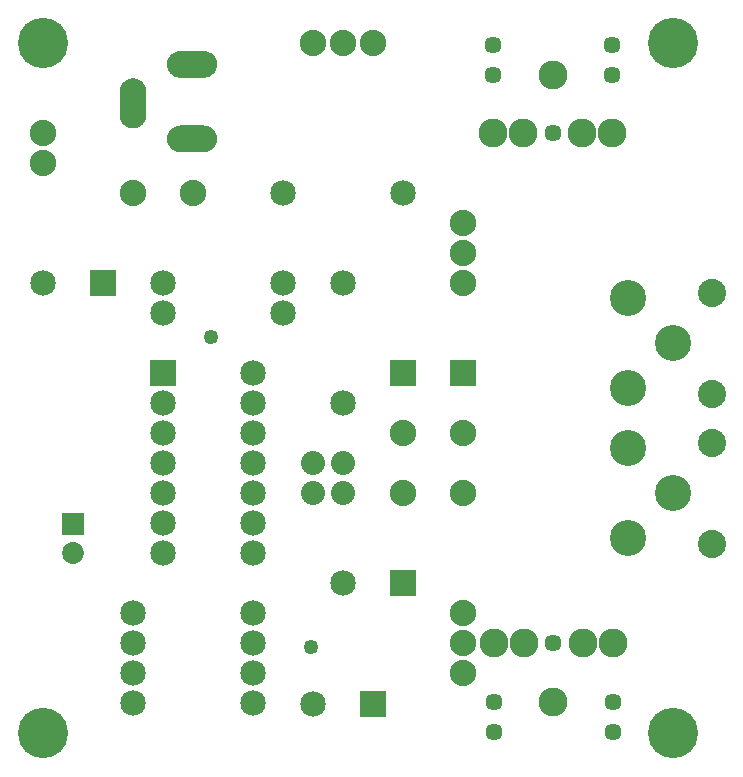
<source format=gts>
G04 MADE WITH FRITZING*
G04 WWW.FRITZING.ORG*
G04 DOUBLE SIDED*
G04 HOLES PLATED*
G04 CONTOUR ON CENTER OF CONTOUR VECTOR*
%ASAXBY*%
%FSLAX23Y23*%
%MOIN*%
%OFA0B0*%
%SFA1.0B1.0*%
%ADD10C,0.120551*%
%ADD11C,0.094000*%
%ADD12C,0.088000*%
%ADD13C,0.096000*%
%ADD14C,0.057244*%
%ADD15C,0.088740*%
%ADD16C,0.072992*%
%ADD17C,0.049370*%
%ADD18C,0.085000*%
%ADD19C,0.080000*%
%ADD20C,0.167480*%
%ADD21R,0.072992X0.072992*%
%ADD22R,0.085000X0.085000*%
%ADD23R,0.088000X0.088000*%
%ADD24R,0.001000X0.001000*%
%LNMASK1*%
G90*
G70*
G54D10*
X2244Y972D03*
X2094Y822D03*
X2094Y1122D03*
G54D11*
X2374Y804D03*
X2374Y1139D03*
G54D10*
X2244Y1472D03*
X2094Y1322D03*
X2094Y1622D03*
G54D11*
X2374Y1304D03*
X2374Y1639D03*
G54D12*
X144Y2172D03*
X144Y2072D03*
X1044Y2472D03*
X1144Y2472D03*
X1244Y2472D03*
G54D13*
X1846Y275D03*
X1747Y472D03*
X1649Y472D03*
X1944Y472D03*
X2043Y472D03*
G54D14*
X1649Y275D03*
X1649Y176D03*
X2043Y176D03*
X2043Y275D03*
X1846Y472D03*
G54D13*
X1846Y275D03*
X1747Y472D03*
X1649Y472D03*
X1944Y472D03*
X2043Y472D03*
G54D14*
X1649Y275D03*
X1649Y176D03*
X2043Y176D03*
X2043Y275D03*
X1846Y472D03*
G54D13*
X1843Y2368D03*
X1941Y2172D03*
X2040Y2172D03*
X1744Y2172D03*
X1646Y2172D03*
G54D14*
X2040Y2368D03*
X2040Y2467D03*
X1646Y2467D03*
X1646Y2368D03*
X1843Y2172D03*
G54D13*
X1843Y2368D03*
X1941Y2172D03*
X2040Y2172D03*
X1744Y2172D03*
X1646Y2172D03*
G54D14*
X2040Y2368D03*
X2040Y2467D03*
X1646Y2467D03*
X1646Y2368D03*
X1843Y2172D03*
G54D15*
X641Y2153D03*
X641Y2402D03*
X444Y2272D03*
X641Y2153D03*
X641Y2402D03*
X444Y2272D03*
G54D16*
X244Y870D03*
X244Y772D03*
G54D17*
X1039Y461D03*
X703Y1493D03*
G54D18*
X544Y1372D03*
X844Y1372D03*
X544Y1272D03*
X844Y1272D03*
X544Y1172D03*
X844Y1172D03*
X544Y1072D03*
X844Y1072D03*
X544Y972D03*
X844Y972D03*
X544Y872D03*
X844Y872D03*
X544Y772D03*
X844Y772D03*
X944Y1972D03*
X1344Y1972D03*
X1144Y1672D03*
X1144Y1272D03*
X544Y1672D03*
X944Y1672D03*
X444Y372D03*
X844Y372D03*
X544Y1572D03*
X944Y1572D03*
X444Y572D03*
X844Y572D03*
X444Y272D03*
X844Y272D03*
X444Y472D03*
X844Y472D03*
G54D19*
X1044Y972D03*
X1145Y972D03*
X1044Y1072D03*
X1145Y1072D03*
G54D18*
X344Y1672D03*
X144Y1672D03*
X1344Y672D03*
X1144Y672D03*
X1245Y270D03*
X1045Y270D03*
G54D12*
X1544Y1372D03*
X1544Y1172D03*
X1544Y972D03*
X1344Y1372D03*
X1344Y1172D03*
X1344Y972D03*
X1544Y572D03*
X1544Y472D03*
X1544Y372D03*
X1544Y1872D03*
X1544Y1772D03*
X1544Y1672D03*
X444Y1972D03*
X644Y1972D03*
G54D20*
X144Y172D03*
X2244Y172D03*
X144Y2472D03*
X2244Y2472D03*
G54D21*
X244Y870D03*
G54D22*
X544Y1372D03*
X344Y1672D03*
X1344Y672D03*
X1245Y270D03*
G54D23*
X1544Y1372D03*
X1344Y1372D03*
G54D24*
X601Y2446D02*
X682Y2446D01*
X593Y2445D02*
X690Y2445D01*
X590Y2444D02*
X693Y2444D01*
X587Y2443D02*
X696Y2443D01*
X584Y2442D02*
X699Y2442D01*
X582Y2441D02*
X701Y2441D01*
X581Y2440D02*
X703Y2440D01*
X579Y2439D02*
X704Y2439D01*
X577Y2438D02*
X706Y2438D01*
X576Y2437D02*
X707Y2437D01*
X575Y2436D02*
X708Y2436D01*
X573Y2435D02*
X710Y2435D01*
X572Y2434D02*
X711Y2434D01*
X571Y2433D02*
X712Y2433D01*
X570Y2432D02*
X713Y2432D01*
X569Y2431D02*
X714Y2431D01*
X569Y2430D02*
X715Y2430D01*
X568Y2429D02*
X715Y2429D01*
X567Y2428D02*
X716Y2428D01*
X566Y2427D02*
X717Y2427D01*
X566Y2426D02*
X717Y2426D01*
X565Y2425D02*
X718Y2425D01*
X564Y2424D02*
X719Y2424D01*
X564Y2423D02*
X719Y2423D01*
X563Y2422D02*
X720Y2422D01*
X563Y2421D02*
X720Y2421D01*
X562Y2420D02*
X721Y2420D01*
X562Y2419D02*
X721Y2419D01*
X562Y2418D02*
X722Y2418D01*
X561Y2417D02*
X722Y2417D01*
X561Y2416D02*
X638Y2416D01*
X646Y2416D02*
X722Y2416D01*
X560Y2415D02*
X635Y2415D01*
X648Y2415D02*
X723Y2415D01*
X560Y2414D02*
X633Y2414D01*
X650Y2414D02*
X723Y2414D01*
X560Y2413D02*
X632Y2413D01*
X651Y2413D02*
X723Y2413D01*
X560Y2412D02*
X631Y2412D01*
X652Y2412D02*
X723Y2412D01*
X559Y2411D02*
X630Y2411D01*
X653Y2411D02*
X724Y2411D01*
X559Y2410D02*
X629Y2410D01*
X654Y2410D02*
X724Y2410D01*
X559Y2409D02*
X628Y2409D01*
X655Y2409D02*
X724Y2409D01*
X559Y2408D02*
X628Y2408D01*
X655Y2408D02*
X724Y2408D01*
X559Y2407D02*
X627Y2407D01*
X656Y2407D02*
X724Y2407D01*
X559Y2406D02*
X627Y2406D01*
X656Y2406D02*
X725Y2406D01*
X558Y2405D02*
X627Y2405D01*
X656Y2405D02*
X725Y2405D01*
X558Y2404D02*
X627Y2404D01*
X657Y2404D02*
X725Y2404D01*
X558Y2403D02*
X626Y2403D01*
X657Y2403D02*
X725Y2403D01*
X558Y2402D02*
X626Y2402D01*
X657Y2402D02*
X725Y2402D01*
X558Y2401D02*
X626Y2401D01*
X657Y2401D02*
X725Y2401D01*
X558Y2400D02*
X627Y2400D01*
X657Y2400D02*
X725Y2400D01*
X558Y2399D02*
X627Y2399D01*
X656Y2399D02*
X725Y2399D01*
X559Y2398D02*
X627Y2398D01*
X656Y2398D02*
X725Y2398D01*
X559Y2397D02*
X627Y2397D01*
X656Y2397D02*
X724Y2397D01*
X559Y2396D02*
X627Y2396D01*
X656Y2396D02*
X724Y2396D01*
X559Y2395D02*
X628Y2395D01*
X655Y2395D02*
X724Y2395D01*
X559Y2394D02*
X629Y2394D01*
X655Y2394D02*
X724Y2394D01*
X559Y2393D02*
X629Y2393D01*
X654Y2393D02*
X724Y2393D01*
X559Y2392D02*
X630Y2392D01*
X653Y2392D02*
X724Y2392D01*
X560Y2391D02*
X631Y2391D01*
X652Y2391D02*
X723Y2391D01*
X560Y2390D02*
X632Y2390D01*
X651Y2390D02*
X723Y2390D01*
X560Y2389D02*
X634Y2389D01*
X649Y2389D02*
X723Y2389D01*
X561Y2388D02*
X636Y2388D01*
X647Y2388D02*
X722Y2388D01*
X561Y2387D02*
X722Y2387D01*
X561Y2386D02*
X722Y2386D01*
X562Y2385D02*
X721Y2385D01*
X562Y2384D02*
X721Y2384D01*
X563Y2383D02*
X720Y2383D01*
X563Y2382D02*
X720Y2382D01*
X564Y2381D02*
X720Y2381D01*
X564Y2380D02*
X719Y2380D01*
X565Y2379D02*
X718Y2379D01*
X565Y2378D02*
X718Y2378D01*
X566Y2377D02*
X717Y2377D01*
X567Y2376D02*
X716Y2376D01*
X567Y2375D02*
X716Y2375D01*
X568Y2374D02*
X715Y2374D01*
X569Y2373D02*
X714Y2373D01*
X570Y2372D02*
X713Y2372D01*
X571Y2371D02*
X712Y2371D01*
X572Y2370D02*
X711Y2370D01*
X573Y2369D02*
X710Y2369D01*
X574Y2368D02*
X709Y2368D01*
X575Y2367D02*
X708Y2367D01*
X576Y2366D02*
X707Y2366D01*
X578Y2365D02*
X705Y2365D01*
X579Y2364D02*
X704Y2364D01*
X581Y2363D02*
X702Y2363D01*
X583Y2362D02*
X700Y2362D01*
X585Y2361D02*
X698Y2361D01*
X588Y2360D02*
X695Y2360D01*
X591Y2359D02*
X692Y2359D01*
X596Y2358D02*
X688Y2358D01*
X439Y2355D02*
X450Y2355D01*
X434Y2354D02*
X455Y2354D01*
X431Y2353D02*
X459Y2353D01*
X428Y2352D02*
X461Y2352D01*
X426Y2351D02*
X463Y2351D01*
X424Y2350D02*
X466Y2350D01*
X422Y2349D02*
X467Y2349D01*
X421Y2348D02*
X469Y2348D01*
X419Y2347D02*
X470Y2347D01*
X418Y2346D02*
X472Y2346D01*
X417Y2345D02*
X473Y2345D01*
X415Y2344D02*
X474Y2344D01*
X414Y2343D02*
X475Y2343D01*
X413Y2342D02*
X476Y2342D01*
X412Y2341D02*
X477Y2341D01*
X412Y2340D02*
X478Y2340D01*
X411Y2339D02*
X479Y2339D01*
X410Y2338D02*
X479Y2338D01*
X409Y2337D02*
X480Y2337D01*
X409Y2336D02*
X481Y2336D01*
X408Y2335D02*
X482Y2335D01*
X407Y2334D02*
X482Y2334D01*
X407Y2333D02*
X483Y2333D01*
X406Y2332D02*
X483Y2332D01*
X406Y2331D02*
X484Y2331D01*
X405Y2330D02*
X484Y2330D01*
X405Y2329D02*
X485Y2329D01*
X404Y2328D02*
X485Y2328D01*
X404Y2327D02*
X486Y2327D01*
X404Y2326D02*
X486Y2326D01*
X403Y2325D02*
X486Y2325D01*
X403Y2324D02*
X487Y2324D01*
X403Y2323D02*
X487Y2323D01*
X402Y2322D02*
X487Y2322D01*
X402Y2321D02*
X487Y2321D01*
X402Y2320D02*
X488Y2320D01*
X402Y2319D02*
X488Y2319D01*
X401Y2318D02*
X488Y2318D01*
X401Y2317D02*
X488Y2317D01*
X401Y2316D02*
X488Y2316D01*
X401Y2315D02*
X488Y2315D01*
X401Y2314D02*
X488Y2314D01*
X401Y2313D02*
X488Y2313D01*
X401Y2312D02*
X489Y2312D01*
X401Y2311D02*
X489Y2311D01*
X401Y2310D02*
X489Y2310D01*
X401Y2309D02*
X489Y2309D01*
X401Y2308D02*
X489Y2308D01*
X401Y2307D02*
X489Y2307D01*
X401Y2306D02*
X489Y2306D01*
X401Y2305D02*
X489Y2305D01*
X401Y2304D02*
X489Y2304D01*
X401Y2303D02*
X489Y2303D01*
X401Y2302D02*
X489Y2302D01*
X401Y2301D02*
X489Y2301D01*
X401Y2300D02*
X489Y2300D01*
X401Y2299D02*
X489Y2299D01*
X401Y2298D02*
X489Y2298D01*
X401Y2297D02*
X489Y2297D01*
X401Y2296D02*
X489Y2296D01*
X401Y2295D02*
X489Y2295D01*
X401Y2294D02*
X489Y2294D01*
X401Y2293D02*
X489Y2293D01*
X401Y2292D02*
X489Y2292D01*
X401Y2291D02*
X489Y2291D01*
X401Y2290D02*
X489Y2290D01*
X401Y2289D02*
X489Y2289D01*
X401Y2288D02*
X489Y2288D01*
X401Y2287D02*
X489Y2287D01*
X401Y2286D02*
X440Y2286D01*
X449Y2286D02*
X489Y2286D01*
X401Y2285D02*
X438Y2285D01*
X452Y2285D02*
X489Y2285D01*
X401Y2284D02*
X436Y2284D01*
X453Y2284D02*
X489Y2284D01*
X401Y2283D02*
X435Y2283D01*
X455Y2283D02*
X489Y2283D01*
X401Y2282D02*
X434Y2282D01*
X456Y2282D02*
X489Y2282D01*
X401Y2281D02*
X433Y2281D01*
X457Y2281D02*
X489Y2281D01*
X401Y2280D02*
X432Y2280D01*
X457Y2280D02*
X489Y2280D01*
X401Y2279D02*
X431Y2279D01*
X458Y2279D02*
X489Y2279D01*
X401Y2278D02*
X431Y2278D01*
X459Y2278D02*
X489Y2278D01*
X401Y2277D02*
X430Y2277D01*
X459Y2277D02*
X489Y2277D01*
X401Y2276D02*
X430Y2276D01*
X459Y2276D02*
X489Y2276D01*
X401Y2275D02*
X430Y2275D01*
X460Y2275D02*
X489Y2275D01*
X401Y2274D02*
X430Y2274D01*
X460Y2274D02*
X489Y2274D01*
X401Y2273D02*
X430Y2273D01*
X460Y2273D02*
X489Y2273D01*
X401Y2272D02*
X430Y2272D01*
X460Y2272D02*
X489Y2272D01*
X401Y2271D02*
X430Y2271D01*
X460Y2271D02*
X489Y2271D01*
X401Y2270D02*
X430Y2270D01*
X460Y2270D02*
X489Y2270D01*
X401Y2269D02*
X430Y2269D01*
X460Y2269D02*
X489Y2269D01*
X401Y2268D02*
X430Y2268D01*
X459Y2268D02*
X489Y2268D01*
X401Y2267D02*
X430Y2267D01*
X459Y2267D02*
X489Y2267D01*
X401Y2266D02*
X431Y2266D01*
X459Y2266D02*
X489Y2266D01*
X401Y2265D02*
X431Y2265D01*
X458Y2265D02*
X489Y2265D01*
X401Y2264D02*
X432Y2264D01*
X458Y2264D02*
X489Y2264D01*
X401Y2263D02*
X432Y2263D01*
X457Y2263D02*
X489Y2263D01*
X401Y2262D02*
X433Y2262D01*
X456Y2262D02*
X489Y2262D01*
X401Y2261D02*
X434Y2261D01*
X455Y2261D02*
X489Y2261D01*
X401Y2260D02*
X436Y2260D01*
X454Y2260D02*
X489Y2260D01*
X401Y2259D02*
X437Y2259D01*
X452Y2259D02*
X489Y2259D01*
X401Y2258D02*
X439Y2258D01*
X450Y2258D02*
X489Y2258D01*
X401Y2257D02*
X489Y2257D01*
X401Y2256D02*
X489Y2256D01*
X401Y2255D02*
X489Y2255D01*
X401Y2254D02*
X489Y2254D01*
X401Y2253D02*
X489Y2253D01*
X401Y2252D02*
X489Y2252D01*
X401Y2251D02*
X489Y2251D01*
X401Y2250D02*
X489Y2250D01*
X401Y2249D02*
X489Y2249D01*
X401Y2248D02*
X489Y2248D01*
X401Y2247D02*
X489Y2247D01*
X401Y2246D02*
X489Y2246D01*
X401Y2245D02*
X489Y2245D01*
X401Y2244D02*
X489Y2244D01*
X401Y2243D02*
X489Y2243D01*
X401Y2242D02*
X489Y2242D01*
X401Y2241D02*
X489Y2241D01*
X401Y2240D02*
X489Y2240D01*
X401Y2239D02*
X489Y2239D01*
X401Y2238D02*
X489Y2238D01*
X401Y2237D02*
X489Y2237D01*
X401Y2236D02*
X489Y2236D01*
X401Y2235D02*
X489Y2235D01*
X401Y2234D02*
X489Y2234D01*
X401Y2233D02*
X489Y2233D01*
X401Y2232D02*
X489Y2232D01*
X401Y2231D02*
X489Y2231D01*
X401Y2230D02*
X488Y2230D01*
X401Y2229D02*
X488Y2229D01*
X401Y2228D02*
X488Y2228D01*
X401Y2227D02*
X488Y2227D01*
X401Y2226D02*
X488Y2226D01*
X402Y2225D02*
X488Y2225D01*
X402Y2224D02*
X488Y2224D01*
X402Y2223D02*
X488Y2223D01*
X402Y2222D02*
X487Y2222D01*
X402Y2221D02*
X487Y2221D01*
X403Y2220D02*
X487Y2220D01*
X403Y2219D02*
X486Y2219D01*
X403Y2218D02*
X486Y2218D01*
X404Y2217D02*
X486Y2217D01*
X404Y2216D02*
X485Y2216D01*
X405Y2215D02*
X485Y2215D01*
X405Y2214D02*
X484Y2214D01*
X405Y2213D02*
X484Y2213D01*
X406Y2212D02*
X483Y2212D01*
X406Y2211D02*
X483Y2211D01*
X407Y2210D02*
X482Y2210D01*
X408Y2209D02*
X482Y2209D01*
X408Y2208D02*
X481Y2208D01*
X409Y2207D02*
X480Y2207D01*
X410Y2206D02*
X480Y2206D01*
X410Y2205D02*
X479Y2205D01*
X411Y2204D02*
X478Y2204D01*
X412Y2203D02*
X477Y2203D01*
X413Y2202D02*
X476Y2202D01*
X414Y2201D02*
X476Y2201D01*
X415Y2200D02*
X474Y2200D01*
X416Y2199D02*
X473Y2199D01*
X417Y2198D02*
X472Y2198D01*
X601Y2198D02*
X682Y2198D01*
X419Y2197D02*
X471Y2197D01*
X593Y2197D02*
X690Y2197D01*
X420Y2196D02*
X469Y2196D01*
X590Y2196D02*
X693Y2196D01*
X422Y2195D02*
X468Y2195D01*
X587Y2195D02*
X696Y2195D01*
X423Y2194D02*
X466Y2194D01*
X584Y2194D02*
X699Y2194D01*
X425Y2193D02*
X464Y2193D01*
X582Y2193D02*
X701Y2193D01*
X427Y2192D02*
X462Y2192D01*
X581Y2192D02*
X703Y2192D01*
X430Y2191D02*
X460Y2191D01*
X579Y2191D02*
X704Y2191D01*
X433Y2190D02*
X457Y2190D01*
X577Y2190D02*
X706Y2190D01*
X436Y2189D02*
X453Y2189D01*
X576Y2189D02*
X707Y2189D01*
X575Y2188D02*
X708Y2188D01*
X573Y2187D02*
X710Y2187D01*
X572Y2186D02*
X711Y2186D01*
X571Y2185D02*
X712Y2185D01*
X570Y2184D02*
X713Y2184D01*
X569Y2183D02*
X714Y2183D01*
X569Y2182D02*
X715Y2182D01*
X568Y2181D02*
X715Y2181D01*
X567Y2180D02*
X716Y2180D01*
X566Y2179D02*
X717Y2179D01*
X566Y2178D02*
X717Y2178D01*
X565Y2177D02*
X718Y2177D01*
X564Y2176D02*
X719Y2176D01*
X564Y2175D02*
X719Y2175D01*
X563Y2174D02*
X720Y2174D01*
X563Y2173D02*
X720Y2173D01*
X562Y2172D02*
X721Y2172D01*
X562Y2171D02*
X721Y2171D01*
X562Y2170D02*
X722Y2170D01*
X561Y2169D02*
X722Y2169D01*
X561Y2168D02*
X638Y2168D01*
X646Y2168D02*
X722Y2168D01*
X560Y2167D02*
X635Y2167D01*
X648Y2167D02*
X723Y2167D01*
X560Y2166D02*
X633Y2166D01*
X650Y2166D02*
X723Y2166D01*
X560Y2165D02*
X632Y2165D01*
X651Y2165D02*
X723Y2165D01*
X560Y2164D02*
X631Y2164D01*
X652Y2164D02*
X723Y2164D01*
X559Y2163D02*
X630Y2163D01*
X653Y2163D02*
X724Y2163D01*
X559Y2162D02*
X629Y2162D01*
X654Y2162D02*
X724Y2162D01*
X559Y2161D02*
X628Y2161D01*
X655Y2161D02*
X724Y2161D01*
X559Y2160D02*
X628Y2160D01*
X655Y2160D02*
X724Y2160D01*
X559Y2159D02*
X627Y2159D01*
X656Y2159D02*
X724Y2159D01*
X559Y2158D02*
X627Y2158D01*
X656Y2158D02*
X725Y2158D01*
X558Y2157D02*
X627Y2157D01*
X656Y2157D02*
X725Y2157D01*
X558Y2156D02*
X627Y2156D01*
X657Y2156D02*
X725Y2156D01*
X558Y2155D02*
X626Y2155D01*
X657Y2155D02*
X725Y2155D01*
X558Y2154D02*
X626Y2154D01*
X657Y2154D02*
X725Y2154D01*
X558Y2153D02*
X626Y2153D01*
X657Y2153D02*
X725Y2153D01*
X558Y2152D02*
X627Y2152D01*
X657Y2152D02*
X725Y2152D01*
X558Y2151D02*
X627Y2151D01*
X656Y2151D02*
X725Y2151D01*
X559Y2150D02*
X627Y2150D01*
X656Y2150D02*
X725Y2150D01*
X559Y2149D02*
X627Y2149D01*
X656Y2149D02*
X724Y2149D01*
X559Y2148D02*
X627Y2148D01*
X656Y2148D02*
X724Y2148D01*
X559Y2147D02*
X628Y2147D01*
X655Y2147D02*
X724Y2147D01*
X559Y2146D02*
X629Y2146D01*
X655Y2146D02*
X724Y2146D01*
X559Y2145D02*
X629Y2145D01*
X654Y2145D02*
X724Y2145D01*
X559Y2144D02*
X630Y2144D01*
X653Y2144D02*
X724Y2144D01*
X560Y2143D02*
X631Y2143D01*
X652Y2143D02*
X723Y2143D01*
X560Y2142D02*
X632Y2142D01*
X651Y2142D02*
X723Y2142D01*
X560Y2141D02*
X634Y2141D01*
X649Y2141D02*
X723Y2141D01*
X561Y2140D02*
X636Y2140D01*
X647Y2140D02*
X722Y2140D01*
X561Y2139D02*
X722Y2139D01*
X561Y2138D02*
X722Y2138D01*
X562Y2137D02*
X721Y2137D01*
X562Y2136D02*
X721Y2136D01*
X563Y2135D02*
X720Y2135D01*
X563Y2134D02*
X720Y2134D01*
X564Y2133D02*
X720Y2133D01*
X564Y2132D02*
X719Y2132D01*
X565Y2131D02*
X718Y2131D01*
X565Y2130D02*
X718Y2130D01*
X566Y2129D02*
X717Y2129D01*
X567Y2128D02*
X716Y2128D01*
X567Y2127D02*
X716Y2127D01*
X568Y2126D02*
X715Y2126D01*
X569Y2125D02*
X714Y2125D01*
X570Y2124D02*
X713Y2124D01*
X571Y2123D02*
X712Y2123D01*
X572Y2122D02*
X711Y2122D01*
X573Y2121D02*
X710Y2121D01*
X574Y2120D02*
X709Y2120D01*
X575Y2119D02*
X708Y2119D01*
X576Y2118D02*
X707Y2118D01*
X578Y2117D02*
X705Y2117D01*
X579Y2116D02*
X704Y2116D01*
X581Y2115D02*
X702Y2115D01*
X583Y2114D02*
X700Y2114D01*
X585Y2113D02*
X698Y2113D01*
X588Y2112D02*
X695Y2112D01*
X591Y2111D02*
X692Y2111D01*
X596Y2110D02*
X688Y2110D01*
D02*
G04 End of Mask1*
M02*
</source>
